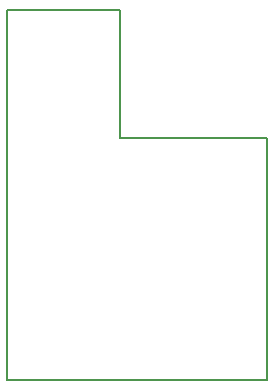
<source format=gbo>
G04 EAGLE Gerber RS-274X export*
G75*
%MOMM*%
%FSLAX34Y34*%
%LPD*%
%INSilk bottom*%
%IPPOS*%
%AMOC8*
5,1,8,0,0,1.08239X$1,22.5*%
G01*
%ADD10C,0.152400*%


D10*
X0Y30000D02*
X0Y342900D01*
X95000Y342900D01*
X95000Y234950D01*
X220000Y234950D01*
X220000Y30000D01*
X0Y30000D01*
M02*

</source>
